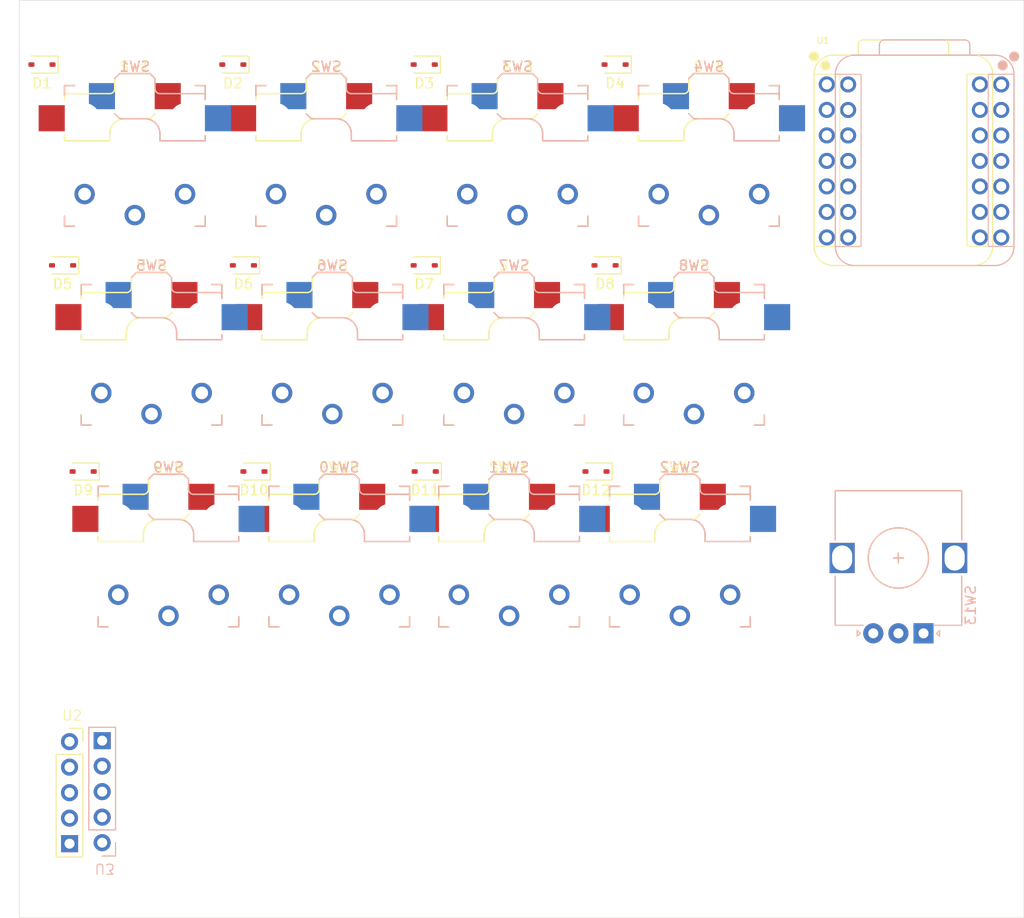
<source format=kicad_pcb>
(kicad_pcb (version 20241229) (generator "pcbnew") (generator_version "9.0")
  (layers (0 "F.Cu" signal) (2 "B.Cu" signal) (13 "F.Paste" user) (15 "B.Paste" user) (5 "F.SilkS" user "F.Silkscreen") (7 "B.SilkS" user "B.Silkscreen") (1 "F.Mask" user) (3 "B.Mask" user) (25 "Edge.Cuts" user))
  (net 0 "")
  (net 1 "row1")
  (net 2 "Net-(D1-A)")
  (net 3 "Net-(D2-A)")
  (net 4 "Net-(D3-A)")
  (net 5 "Net-(D4-A)")
  (net 6 "row2")
  (net 7 "Net-(D5-A)")
  (net 8 "Net-(D6-A)")
  (net 9 "Net-(D7-A)")
  (net 10 "Net-(D8-A)")
  (net 11 "Net-(D9-A)")
  (net 12 "row3")
  (net 13 "Net-(D10-A)")
  (net 14 "Net-(D11-A)")
  (net 15 "Net-(D12-A)")
  (net 16 "column1")
  (net 17 "column2")
  (net 18 "column3")
  (net 19 "column4")
  (net 20 "GNDPWR")
  (net 21 "rotary_encoder_b")
  (net 22 "rotary_encoder_a")
  (net 23 "joystick_x")
  (net 24 "VCC")
  (net 26 "joystick_y")
  (footprint "keyswitches:Kailh_socket_PG1350_optional_reversible" (layer "F.Cu") (at 127.5785 48.125)
    (property "Reference" "SW4" (at 0 -8.89 0) (layer "F.SilkS"))
    (property "Value" "SW_Push")
    (fp_text user "${REFERENCE}" (at 0 -8.89 0) (layer "B.SilkS") (effects (justify mirror)))
    (pad "" np_thru_hole circle (at -5.5 0) (size 1.7018 1.7018) (drill 1.7018) (layers "*.Cu" "*.Mask"))
    (pad "" np_thru_hole circle (at -5 -3.75) (size 3 3) (drill 3) (layers "*.Cu" "*.Mask"))
    (pad "" np_thru_hole circle (at 0 -5.95) (size 3 3) (drill 3) (layers "*.Cu" "*.Mask"))
    (pad "" np_thru_hole circle (at 0 0) (size 3.429 3.429) (drill 3.429) (layers "*.Cu" "*.Mask"))
    (pad "" np_thru_hole circle (at 5 -3.75) (size 3 3) (drill 3) (layers "*.Cu" "*.Mask"))
    (pad "" np_thru_hole circle (at 5.5 0) (size 1.7018 1.7018) (drill 1.7018) (layers "*.Cu" "*.Mask"))
    (pad "1" smd rect (at -3.275 -5.95) (size 2.6 2.6) (layers "B.Cu" "B.Mask" "B.Paste") (net 19 "column4"))
    (pad "1" thru_hole circle (at 0 5.9) (size 2.032 2.032) (drill 1.27) (layers "*.Cu" "*.Mask") (net 19 "column4"))
    (pad "1" smd rect (at 3.275 -5.95) (size 2.6 2.6) (layers "F.Cu" "F.Mask" "F.Paste") (net 19 "column4"))
    (pad "2" smd rect (at -8.275 -3.75) (size 2.6 2.6) (layers "F.Cu" "F.Mask" "F.Paste") (net 5 "Net-(D4-A)"))
    (pad "2" thru_hole circle (at -5 3.8) (size 2.032 2.032) (drill 1.27) (layers "*.Cu" "*.Mask") (net 5 "Net-(D4-A)"))
    (pad "2" thru_hole circle (at 5 3.8) (size 2.032 2.032) (drill 1.27) (layers "*.Cu" "*.Mask") (net 5 "Net-(D4-A)"))
    (pad "2" smd rect (at 8.275 -3.75) (size 2.6 2.6) (layers "B.Cu" "B.Mask" "B.Paste") (net 5 "Net-(D4-A)"))
  )
  (footprint "keyswitches:Kailh_socket_PG1350_optional_reversible" (layer "F.Cu") (at 72.0975 67.935)
    (property "Reference" "SW5" (at 0 -8.89 0) (layer "F.SilkS"))
    (property "Value" "SW_Push")
    (fp_text user "${REFERENCE}" (at 0 -8.89 0) (layer "B.SilkS") (effects (justify mirror)))
    (pad "" np_thru_hole circle (at -5.5 0) (size 1.7018 1.7018) (drill 1.7018) (layers "*.Cu" "*.Mask"))
    (pad "" np_thru_hole circle (at -5 -3.75) (size 3 3) (drill 3) (layers "*.Cu" "*.Mask"))
    (pad "" np_thru_hole circle (at 0 -5.95) (size 3 3) (drill 3) (layers "*.Cu" "*.Mask"))
    (pad "" np_thru_hole circle (at 0 0) (size 3.429 3.429) (drill 3.429) (layers "*.Cu" "*.Mask"))
    (pad "" np_thru_hole circle (at 5 -3.75) (size 3 3) (drill 3) (layers "*.Cu" "*.Mask"))
    (pad "" np_thru_hole circle (at 5.5 0) (size 1.7018 1.7018) (drill 1.7018) (layers "*.Cu" "*.Mask"))
    (pad "1" smd rect (at -3.275 -5.95) (size 2.6 2.6) (layers "B.Cu" "B.Mask" "B.Paste") (net 16 "column1"))
    (pad "1" thru_hole circle (at 0 5.9) (size 2.032 2.032) (drill 1.27) (layers "*.Cu" "*.Mask") (net 16 "column1"))
    (pad "1" smd rect (at 3.275 -5.95) (size 2.6 2.6) (layers "F.Cu" "F.Mask" "F.Paste") (net 16 "column1"))
    (pad "2" smd rect (at -8.275 -3.75) (size 2.6 2.6) (layers "F.Cu" "F.Mask" "F.Paste") (net 7 "Net-(D5-A)"))
    (pad "2" thru_hole circle (at -5 3.8) (size 2.032 2.032) (drill 1.27) (layers "*.Cu" "*.Mask") (net 7 "Net-(D5-A)"))
    (pad "2" thru_hole circle (at 5 3.8) (size 2.032 2.032) (drill 1.27) (layers "*.Cu" "*.Mask") (net 7 "Net-(D5-A)"))
    (pad "2" smd rect (at 8.275 -3.75) (size 2.6 2.6) (layers "B.Cu" "B.Mask" "B.Paste") (net 7 "Net-(D5-A)"))
  )
  (footprint "keyswitches:Kailh_socket_PG1350_optional_reversible" (layer "F.Cu") (at 90.7875 88.03)
    (property "Reference" "SW10" (at 0 -8.89 0) (layer "F.SilkS"))
    (property "Value" "SW_Push")
    (fp_text user "${REFERENCE}" (at 0 -8.89 0) (layer "B.SilkS") (effects (justify mirror)))
    (pad "" np_thru_hole circle (at -5.5 0) (size 1.7018 1.7018) (drill 1.7018) (layers "*.Cu" "*.Mask"))
    (pad "" np_thru_hole circle (at -5 -3.75) (size 3 3) (drill 3) (layers "*.Cu" "*.Mask"))
    (pad "" np_thru_hole circle (at 0 -5.95) (size 3 3) (drill 3) (layers "*.Cu" "*.Mask"))
    (pad "" np_thru_hole circle (at 0 0) (size 3.429 3.429) (drill 3.429) (layers "*.Cu" "*.Mask"))
    (pad "" np_thru_hole circle (at 5 -3.75) (size 3 3) (drill 3) (layers "*.Cu" "*.Mask"))
    (pad "" np_thru_hole circle (at 5.5 0) (size 1.7018 1.7018) (drill 1.7018) (layers "*.Cu" "*.Mask"))
    (pad "1" smd rect (at -3.275 -5.95) (size 2.6 2.6) (layers "B.Cu" "B.Mask" "B.Paste") (net 17 "column2"))
    (pad "1" thru_hole circle (at 0 5.9) (size 2.032 2.032) (drill 1.27) (layers "*.Cu" "*.Mask") (net 17 "column2"))
    (pad "1" smd rect (at 3.275 -5.95) (size 2.6 2.6) (layers "F.Cu" "F.Mask" "F.Paste") (net 17 "column2"))
    (pad "2" smd rect (at -8.275 -3.75) (size 2.6 2.6) (layers "F.Cu" "F.Mask" "F.Paste") (net 13 "Net-(D10-A)"))
    (pad "2" thru_hole circle (at -5 3.8) (size 2.032 2.032) (drill 1.27) (layers "*.Cu" "*.Mask") (net 13 "Net-(D10-A)"))
    (pad "2" thru_hole circle (at 5 3.8) (size 2.032 2.032) (drill 1.27) (layers "*.Cu" "*.Mask") (net 13 "Net-(D10-A)"))
    (pad "2" smd rect (at 8.275 -3.75) (size 2.6 2.6) (layers "B.Cu" "B.Mask" "B.Paste") (net 13 "Net-(D10-A)"))
  )
  (footprint "Diode_SMD:D_SOD-323" (layer "F.Cu") (at 116.3425 79.56 180)
    (property "Reference" "D12" (at 0 -1.85 0) (layer "F.SilkS"))
    (property "Value" "1N4148WS")
    (pad "1" smd roundrect (at -1.05 0 180) (size 0.6 0.45) (layers "F.Cu" "F.Mask" "F.Paste") (net 12 "row3"))
    (pad "2" smd roundrect (at 1.05 0 180) (size 0.6 0.45) (layers "F.Cu" "F.Mask" "F.Paste") (net 15 "Net-(D12-A)"))
  )
  (footprint "Diode_SMD:D_SOD-323" (layer "F.Cu") (at 99.2425 59.03 180)
    (property "Reference" "D7" (at 0 -1.85 0) (layer "F.SilkS"))
    (property "Value" "1N4148WS")
    (pad "1" smd roundrect (at -1.05 0 180) (size 0.6 0.45) (layers "F.Cu" "F.Mask" "F.Paste") (net 6 "row2"))
    (pad "2" smd roundrect (at 1.05 0 180) (size 0.6 0.45) (layers "F.Cu" "F.Mask" "F.Paste") (net 9 "Net-(D7-A)"))
  )
  (footprint "keyswitches:Kailh_socket_PG1350_optional_reversible" (layer "F.Cu") (at 90.0975 67.935)
    (property "Reference" "SW6" (at 0 -8.89 0) (layer "F.SilkS"))
    (property "Value" "SW_Push")
    (fp_text user "${REFERENCE}" (at 0 -8.89 0) (layer "B.SilkS") (effects (justify mirror)))
    (pad "" np_thru_hole circle (at -5.5 0) (size 1.7018 1.7018) (drill 1.7018) (layers "*.Cu" "*.Mask"))
    (pad "" np_thru_hole circle (at -5 -3.75) (size 3 3) (drill 3) (layers "*.Cu" "*.Mask"))
    (pad "" np_thru_hole circle (at 0 -5.95) (size 3 3) (drill 3) (layers "*.Cu" "*.Mask"))
    (pad "" np_thru_hole circle (at 0 0) (size 3.429 3.429) (drill 3.429) (layers "*.Cu" "*.Mask"))
    (pad "" np_thru_hole circle (at 5 -3.75) (size 3 3) (drill 3) (layers "*.Cu" "*.Mask"))
    (pad "" np_thru_hole circle (at 5.5 0) (size 1.7018 1.7018) (drill 1.7018) (layers "*.Cu" "*.Mask"))
    (pad "1" smd rect (at -3.275 -5.95) (size 2.6 2.6) (layers "B.Cu" "B.Mask" "B.Paste") (net 17 "column2"))
    (pad "1" thru_hole circle (at 0 5.9) (size 2.032 2.032) (drill 1.27) (layers "*.Cu" "*.Mask") (net 17 "column2"))
    (pad "1" smd rect (at 3.275 -5.95) (size 2.6 2.6) (layers "F.Cu" "F.Mask" "F.Paste") (net 17 "column2"))
    (pad "2" smd rect (at -8.275 -3.75) (size 2.6 2.6) (layers "F.Cu" "F.Mask" "F.Paste") (net 8 "Net-(D6-A)"))
    (pad "2" thru_hole circle (at -5 3.8) (size 2.032 2.032) (drill 1.27) (layers "*.Cu" "*.Mask") (net 8 "Net-(D6-A)"))
    (pad "2" thru_hole circle (at 5 3.8) (size 2.032 2.032) (drill 1.27) (layers "*.Cu" "*.Mask") (net 8 "Net-(D6-A)"))
    (pad "2" smd rect (at 8.275 -3.75) (size 2.6 2.6) (layers "B.Cu" "B.Mask" "B.Paste") (net 8 "Net-(D6-A)"))
  )
  (footprint "keyswitches:Kailh_socket_PG1350_optional_reversible" (layer "F.Cu") (at 108.5285 48.125)
    (property "Reference" "SW3" (at 0 -8.89 0) (layer "F.SilkS"))
    (property "Value" "SW_Push")
    (fp_text user "${REFERENCE}" (at 0 -8.89 0) (layer "B.SilkS") (effects (justify mirror)))
    (pad "" np_thru_hole circle (at -5.5 0) (size 1.7018 1.7018) (drill 1.7018) (layers "*.Cu" "*.Mask"))
    (pad "" np_thru_hole circle (at -5 -3.75) (size 3 3) (drill 3) (layers "*.Cu" "*.Mask"))
    (pad "" np_thru_hole circle (at 0 -5.95) (size 3 3) (drill 3) (layers "*.Cu" "*.Mask"))
    (pad "" np_thru_hole circle (at 0 0) (size 3.429 3.429) (drill 3.429) (layers "*.Cu" "*.Mask"))
    (pad "" np_thru_hole circle (at 5 -3.75) (size 3 3) (drill 3) (layers "*.Cu" "*.Mask"))
    (pad "" np_thru_hole circle (at 5.5 0) (size 1.7018 1.7018) (drill 1.7018) (layers "*.Cu" "*.Mask"))
    (pad "1" smd rect (at -3.275 -5.95) (size 2.6 2.6) (layers "B.Cu" "B.Mask" "B.Paste") (net 18 "column3"))
    (pad "1" thru_hole circle (at 0 5.9) (size 2.032 2.032) (drill 1.27) (layers "*.Cu" "*.Mask") (net 18 "column3"))
    (pad "1" smd rect (at 3.275 -5.95) (size 2.6 2.6) (layers "F.Cu" "F.Mask" "F.Paste") (net 18 "column3"))
    (pad "2" smd rect (at -8.275 -3.75) (size 2.6 2.6) (layers "F.Cu" "F.Mask" "F.Paste") (net 4 "Net-(D3-A)"))
    (pad "2" thru_hole circle (at -5 3.8) (size 2.032 2.032) (drill 1.27) (layers "*.Cu" "*.Mask") (net 4 "Net-(D3-A)"))
    (pad "2" thru_hole circle (at 5 3.8) (size 2.032 2.032) (drill 1.27) (layers "*.Cu" "*.Mask") (net 4 "Net-(D3-A)"))
    (pad "2" smd rect (at 8.275 -3.75) (size 2.6 2.6) (layers "B.Cu" "B.Mask" "B.Paste") (net 4 "Net-(D3-A)"))
  )
  (footprint "Diode_SMD:D_SOD-323" (layer "F.Cu") (at 99.3425 79.56 180)
    (property "Reference" "D11" (at 0 -1.85 0) (layer "F.SilkS"))
    (property "Value" "1N4148WS")
    (pad "1" smd roundrect (at -1.05 0 180) (size 0.6 0.45) (layers "F.Cu" "F.Mask" "F.Paste") (net 12 "row3"))
    (pad "2" smd roundrect (at 1.05 0 180) (size 0.6 0.45) (layers "F.Cu" "F.Mask" "F.Paste") (net 14 "Net-(D11-A)"))
  )
  (footprint "keyswitches:Kailh_socket_PG1350_optional_reversible" (layer "F.Cu") (at 124.6925 88.03)
    (property "Reference" "SW12" (at 0 -8.89 0) (layer "F.SilkS"))
    (property "Value" "SW_Push")
    (fp_text user "${REFERENCE}" (at 0 -8.89 0) (layer "B.SilkS") (effects (justify mirror)))
    (pad "" np_thru_hole circle (at -5.5 0) (size 1.7018 1.7018) (drill 1.7018) (layers "*.Cu" "*.Mask"))
    (pad "" np_thru_hole circle (at -5 -3.75) (size 3 3) (drill 3) (layers "*.Cu" "*.Mask"))
    (pad "" np_thru_hole circle (at 0 -5.95) (size 3 3) (drill 3) (layers "*.Cu" "*.Mask"))
    (pad "" np_thru_hole circle (at 0 0) (size 3.429 3.429) (drill 3.429) (layers "*.Cu" "*.Mask"))
    (pad "" np_thru_hole circle (at 5 -3.75) (size 3 3) (drill 3) (layers "*.Cu" "*.Mask"))
    (pad "" np_thru_hole circle (at 5.5 0) (size 1.7018 1.7018) (drill 1.7018) (layers "*.Cu" "*.Mask"))
    (pad "1" smd rect (at -3.275 -5.95) (size 2.6 2.6) (layers "B.Cu" "B.Mask" "B.Paste") (net 19 "column4"))
    (pad "1" thru_hole circle (at 0 5.9) (size 2.032 2.032) (drill 1.27) (layers "*.Cu" "*.Mask") (net 19 "column4"))
    (pad "1" smd rect (at 3.275 -5.95) (size 2.6 2.6) (layers "F.Cu" "F.Mask" "F.Paste") (net 19 "column4"))
    (pad "2" smd rect (at -8.275 -3.75) (size 2.6 2.6) (layers "F.Cu" "F.Mask" "F.Paste") (net 15 "Net-(D12-A)"))
    (pad "2" thru_hole circle (at -5 3.8) (size 2.032 2.032) (drill 1.27) (layers "*.Cu" "*.Mask") (net 15 "Net-(D12-A)"))
    (pad "2" thru_hole circle (at 5 3.8) (size 2.032 2.032) (drill 1.27) (layers "*.Cu" "*.Mask") (net 15 "Net-(D12-A)"))
    (pad "2" smd rect (at 8.275 -3.75) (size 2.6 2.6) (layers "B.Cu" "B.Mask" "B.Paste") (net 15 "Net-(D12-A)"))
  )
  (footprint "Diode_SMD:D_SOD-323" (layer "F.Cu") (at 99.2425 39.03 180)
    (property "Reference" "D3" (at 0 -1.85 0) (layer "F.SilkS"))
    (property "Value" "1N4148WS")
    (pad "1" smd roundrect (at -1.05 0 180) (size 0.6 0.45) (layers "F.Cu" "F.Mask" "F.Paste") (net 1 "row1"))
    (pad "2" smd roundrect (at 1.05 0 180) (size 0.6 0.45) (layers "F.Cu" "F.Mask" "F.Paste") (net 4 "Net-(D3-A)"))
  )
  (footprint "Diode_SMD:D_SOD-323" (layer "F.Cu") (at 117.2425 59.03 180)
    (property "Reference" "D8" (at 0 -1.85 0) (layer "F.SilkS"))
    (property "Value" "1N4148WS")
    (pad "1" smd roundrect (at -1.05 0 180) (size 0.6 0.45) (layers "F.Cu" "F.Mask" "F.Paste") (net 6 "row2"))
    (pad "2" smd roundrect (at 1.05 0 180) (size 0.6 0.45) (layers "F.Cu" "F.Mask" "F.Paste") (net 10 "Net-(D8-A)"))
  )
  (footprint "Diode_SMD:D_SOD-323" (layer "F.Cu") (at 65.2925 79.56 180)
    (property "Reference" "D9" (at 0 -1.85 0) (layer "F.SilkS"))
    (property "Value" "1N4148WS")
    (pad "1" smd roundrect (at -1.05 0 180) (size 0.6 0.45) (layers "F.Cu" "F.Mask" "F.Paste") (net 12 "row3"))
    (pad "2" smd roundrect (at 1.05 0 180) (size 0.6 0.45) (layers "F.Cu" "F.Mask" "F.Paste") (net 11 "Net-(D9-A)"))
  )
  (footprint "keyswitches:Kailh_socket_PG1350_optional_reversible" (layer "F.Cu") (at 126.0975 67.935)
    (property "Reference" "SW8" (at 0 -8.89 0) (layer "F.SilkS"))
    (property "Value" "SW_Push")
    (fp_text user "${REFERENCE}" (at 0 -8.89 0) (layer "B.SilkS") (effects (justify mirror)))
    (pad "" np_thru_hole circle (at -5.5 0) (size 1.7018 1.7018) (drill 1.7018) (layers "*.Cu" "*.Mask"))
    (pad "" np_thru_hole circle (at -5 -3.75) (size 3 3) (drill 3) (layers "*.Cu" "*.Mask"))
    (pad "" np_thru_hole circle (at 0 -5.95) (size 3 3) (drill 3) (layers "*.Cu" "*.Mask"))
    (pad "" np_thru_hole circle (at 0 0) (size 3.429 3.429) (drill 3.429) (layers "*.Cu" "*.Mask"))
    (pad "" np_thru_hole circle (at 5 -3.75) (size 3 3) (drill 3) (layers "*.Cu" "*.Mask"))
    (pad "" np_thru_hole circle (at 5.5 0) (size 1.7018 1.7018) (drill 1.7018) (layers "*.Cu" "*.Mask"))
    (pad "1" smd rect (at -3.275 -5.95) (size 2.6 2.6) (layers "B.Cu" "B.Mask" "B.Paste") (net 19 "column4"))
    (pad "1" thru_hole circle (at 0 5.9) (size 2.032 2.032) (drill 1.27) (layers "*.Cu" "*.Mask") (net 19 "column4"))
    (pad "1" smd rect (at 3.275 -5.95) (size 2.6 2.6) (layers "F.Cu" "F.Mask" "F.Paste") (net 19 "column4"))
    (pad "2" smd rect (at -8.275 -3.75) (size 2.6 2.6) (layers "F.Cu" "F.Mask" "F.Paste") (net 10 "Net-(D8-A)"))
    (pad "2" thru_hole circle (at -5 3.8) (size 2.032 2.032) (drill 1.27) (layers "*.Cu" "*.Mask") (net 10 "Net-(D8-A)"))
    (pad "2" thru_hole circle (at 5 3.8) (size 2.032 2.032) (drill 1.27) (layers "*.Cu" "*.Mask") (net 10 "Net-(D8-A)"))
    (pad "2" smd rect (at 8.275 -3.75) (size 2.6 2.6) (layers "B.Cu" "B.Mask" "B.Paste") (net 10 "Net-(D8-A)"))
  )
  (footprint "Diode_SMD:D_SOD-323" (layer "F.Cu") (at 63.2425 59.03 180)
    (property "Reference" "D5" (at 0 -1.85 0) (layer "F.SilkS"))
    (property "Value" "1N4148WS")
    (pad "1" smd roundrect (at -1.05 0 180) (size 0.6 0.45) (layers "F.Cu" "F.Mask" "F.Paste") (net 6 "row2"))
    (pad "2" smd roundrect (at 1.05 0 180) (size 0.6 0.45) (layers "F.Cu" "F.Mask" "F.Paste") (net 7 "Net-(D5-A)"))
  )
  (footprint "Diode_SMD:D_SOD-323" (layer "F.Cu") (at 118.2425 39.03 180)
    (property "Reference" "D4" (at 0 -1.85 0) (layer "F.SilkS"))
    (property "Value" "1N4148WS")
    (pad "1" smd roundrect (at -1.05 0 180) (size 0.6 0.45) (layers "F.Cu" "F.Mask" "F.Paste") (net 1 "row1"))
    (pad "2" smd roundrect (at 1.05 0 180) (size 0.6 0.45) (layers "F.Cu" "F.Mask" "F.Paste") (net 5 "Net-(D4-A)"))
  )
  (footprint "keyswitches:Kailh_socket_PG1350_optional_reversible" (layer "F.Cu") (at 89.4875 48.125)
    (property "Reference" "SW2" (at 0 -8.89 0) (layer "F.SilkS"))
    (property "Value" "SW_Push")
    (fp_text user "${REFERENCE}" (at 0 -8.89 0) (layer "B.SilkS") (effects (justify mirror)))
    (pad "" np_thru_hole circle (at -5.5 0) (size 1.7018 1.7018) (drill 1.7018) (layers "*.Cu" "*.Mask"))
    (pad "" np_thru_hole circle (at -5 -3.75) (size 3 3) (drill 3) (layers "*.Cu" "*.Mask"))
    (pad "" np_thru_hole circle (at 0 -5.95) (size 3 3) (drill 3) (layers "*.Cu" "*.Mask"))
    (pad "" np_thru_hole circle (at 0 0) (size 3.429 3.429) (drill 3.429) (layers "*.Cu" "*.Mask"))
    (pad "" np_thru_hole circle (at 5 -3.75) (size 3 3) (drill 3) (layers "*.Cu" "*.Mask"))
    (pad "" np_thru_hole circle (at 5.5 0) (size 1.7018 1.7018) (drill 1.7018) (layers "*.Cu" "*.Mask"))
    (pad "1" smd rect (at -3.275 -5.95) (size 2.6 2.6) (layers "B.Cu" "B.Mask" "B.Paste") (net 17 "column2"))
    (pad "1" thru_hole circle (at 0 5.9) (size 2.032 2.032) (drill 1.27) (layers "*.Cu" "*.Mask") (net 17 "column2"))
    (pad "1" smd rect (at 3.275 -5.95) (size 2.6 2.6) (layers "F.Cu" "F.Mask" "F.Paste") (net 17 "column2"))
    (pad "2" smd rect (at -8.275 -3.75) (size 2.6 2.6) (layers "F.Cu" "F.Mask" "F.Paste") (net 3 "Net-(D2-A)"))
    (pad "2" thru_hole circle (at -5 3.8) (size 2.032 2.032) (drill 1.27) (layers "*.Cu" "*.Mask") (net 3 "Net-(D2-A)"))
    (pad "2" thru_hole circle (at 5 3.8) (size 2.032 2.032) (drill 1.27) (layers "*.Cu" "*.Mask") (net 3 "Net-(D2-A)"))
    (pad "2" smd rect (at 8.275 -3.75) (size 2.6 2.6) (layers "B.Cu" "B.Mask" "B.Paste") (net 3 "Net-(D2-A)"))
  )
  (footprint "keyswitches:Kailh_socket_PG1350_optional_reversible" (layer "F.Cu") (at 73.7875 88.03)
    (property "Reference" "SW9" (at 0 -8.89 0) (layer "F.SilkS"))
    (property "Value" "SW_Push")
    (fp_text user "${REFERENCE}" (at 0 -8.89 0) (layer "B.SilkS") (effects (justify mirror)))
    (pad "" np_thru_hole circle (at -5.5 0) (size 1.7018 1.7018) (drill 1.7018) (layers "*.Cu" "*.Mask"))
    (pad "" np_thru_hole circle (at -5 -3.75) (size 3 3) (drill 3) (layers "*.Cu" "*.Mask"))
    (pad "" np_thru_hole circle (at 0 -5.95) (size 3 3) (drill 3) (layers "*.Cu" "*.Mask"))
    (pad "" np_thru_hole circle (at 0 0) (size 3.429 3.429) (drill 3.429) (layers "*.Cu" "*.Mask"))
    (pad "" np_thru_hole circle (at 5 -3.75) (size 3 3) (drill 3) (layers "*.Cu" "*.Mask"))
    (pad "" np_thru_hole circle (at 5.5 0) (size 1.7018 1.7018) (drill 1.7018) (layers "*.Cu" "*.Mask"))
    (pad "1" smd rect (at -3.275 -5.95) (size 2.6 2.6) (layers "B.Cu" "B.Mask" "B.Paste") (net 16 "column1"))
    (pad "1" thru_hole circle (at 0 5.9) (size 2.032 2.032) (drill 1.27) (layers "*.Cu" "*.Mask") (net 16 "column1"))
    (pad "1" smd rect (at 3.275 -5.95) (size 2.6 2.6) (layers "F.Cu" "F.Mask" "F.Paste") (net 16 "column1"))
    (pad "2" smd rect (at -8.275 -3.75) (size 2.6 2.6) (layers "F.Cu" "F.Mask" "F.Paste") (net 11 "Net-(D9-A)"))
    (pad "2" thru_hole circle (at -5 3.8) (size 2.032 2.032) (drill 1.27) (layers "*.Cu" "*.Mask") (net 11 "Net-(D9-A)"))
    (pad "2" thru_hole circle (at 5 3.8) (size 2.032 2.032) (drill 1.27) (layers "*.Cu" "*.Mask") (net 11 "Net-(D9-A)"))
    (pad "2" smd rect (at 8.275 -3.75) (size 2.6 2.6) (layers "B.Cu" "B.Mask" "B.Paste") (net 11 "Net-(D9-A)"))
  )
  (footprint "Diode_SMD:D_SOD-323" (layer "F.Cu") (at 80.1925 39.03 180)
    (property "Reference" "D2" (at 0 -1.85 0) (layer "F.SilkS"))
    (property "Value" "1N4148WS")
    (pad "1" smd roundrect (at -1.05 0 180) (size 0.6 0.45) (layers "F.Cu" "F.Mask" "F.Paste") (net 1 "row1"))
    (pad "2" smd roundrect (at 1.05 0 180) (size 0.6 0.45) (layers "F.Cu" "F.Mask" "F.Paste") (net 3 "Net-(D2-A)"))
  )
  (footprint "keyswitches:Kailh_socket_PG1350_optional_reversible" (layer "F.Cu") (at 70.4375 48.125)
    (property "Reference" "SW1" (at 0 -8.89 0) (layer "F.SilkS"))
    (property "Value" "SW_Push")
    (fp_text user "${REFERENCE}" (at 0 -8.89 0) (layer "B.SilkS") (effects (justify mirror)))
    (pad "" np_thru_hole circle (at -5.5 0) (size 1.7018 1.7018) (drill 1.7018) (layers "*.Cu" "*.Mask"))
    (pad "" np_thru_hole circle (at -5 -3.75) (size 3 3) (drill 3) (layers "*.Cu" "*.Mask"))
    (pad "" np_thru_hole circle (at 0 -5.95) (size 3 3) (drill 3) (layers "*.Cu" "*.Mask"))
    (pad "" np_thru_hole circle (at 0 0) (size 3.429 3.429) (drill 3.429) (layers "*.Cu" "*.Mask"))
    (pad "" np_thru_hole circle (at 5 -3.75) (size 3 3) (drill 3) (layers "*.Cu" "*.Mask"))
    (pad "" np_thru_hole circle (at 5.5 0) (size 1.7018 1.7018) (drill 1.7018) (layers "*.Cu" "*.Mask"))
    (pad "1" smd rect (at -3.275 -5.95) (size 2.6 2.6) (layers "B.Cu" "B.Mask" "B.Paste") (net 16 "column1"))
    (pad "1" thru_hole circle (at 0 5.9) (size 2.032 2.032) (drill 1.27) (layers "*.Cu" "*.Mask") (net 16 "column1"))
    (pad "1" smd rect (at 3.275 -5.95) (size 2.6 2.6) (layers "F.Cu" "F.Mask" "F.Paste") (net 16 "column1"))
    (pad "2" smd rect (at -8.275 -3.75) (size 2.6 2.6) (layers "F.Cu" "F.Mask" "F.Paste") (net 2 "Net-(D1-A)"))
    (pad "2" thru_hole circle (at -5 3.8) (size 2.032 2.032) (drill 1.27) (layers "*.Cu" "*.Mask") (net 2 "Net-(D1-A)"))
    (pad "2" thru_hole circle (at 5 3.8) (size 2.032 2.032) (drill 1.27) (layers "*.Cu" "*.Mask") (net 2 "Net-(D1-A)"))
    (pad "2" smd rect (at 8.275 -3.75) (size 2.6 2.6) (layers "B.Cu" "B.Mask" "B.Paste") (net 2 "Net-(D1-A)"))
  )
  (footprint "Diode_SMD:D_SOD-323" (layer "F.Cu") (at 61.1925 39.03 180)
    (property "Reference" "D1" (at 0 -1.85 0) (layer "F.SilkS"))
    (property "Value" "1N4148WS")
    (pad "1" smd roundrect (at -1.05 0 180) (size 0.6 0.45) (layers "F.Cu" "F.Mask" "F.Paste") (net 1 "row1"))
    (pad "2" smd roundrect (at 1.05 0 180) (size 0.6 0.45) (layers "F.Cu" "F.Mask" "F.Paste") (net 2 "Net-(D1-A)"))
  )
  (footprint "Diode_SMD:D_SOD-323" (layer "F.Cu") (at 81.2425 59.03 180)
    (property "Reference" "D6" (at 0 -1.85 0) (layer "F.SilkS"))
    (property "Value" "1N4148WS")
    (pad "1" smd roundrect (at -1.05 0 180) (size 0.6 0.45) (layers "F.Cu" "F.Mask" "F.Paste") (net 6 "row2"))
    (pad "2" smd roundrect (at 1.05 0 180) (size 0.6 0.45) (layers "F.Cu" "F.Mask" "F.Paste") (net 8 "Net-(D6-A)"))
  )
  (footprint "Diode_SMD:D_SOD-323" (layer "F.Cu") (at 82.2925 79.56 180)
    (property "Reference" "D10" (at 0 -1.85 0) (layer "F.SilkS"))
    (property "Value" "1N4148WS")
    (pad "1" smd roundrect (at -1.05 0 180) (size 0.6 0.45) (layers "F.Cu" "F.Mask" "F.Paste") (net 12 "row3"))
    (pad "2" smd roundrect (at 1.05 0 180) (size 0.6 0.45) (layers "F.Cu" "F.Mask" "F.Paste") (net 13 "Net-(D10-A)"))
  )
  (footprint "ky-023:KY-023" (layer "F.Cu") (at 64.1875 104.365)
    (property "Reference" "U2" (at 0 -0.5 0) (layer "F.SilkS") (effects (font (thickness 0.1))))
    (property "Value" "KY-023")
    (pad "1" thru_hole circle (at -0.25 2.1) (size 1.7 1.7) (drill 1) (layers "*.Cu" "*.Mask"))
    (pad "2" thru_hole circle (at -0.25 4.64) (size 1.7 1.7) (drill 1) (layers "*.Cu" "*.Mask") (net 26 "joystick_y"))
    (pad "3" thru_hole circle (at -0.25 7.18) (size 1.7 1.7) (drill 1) (layers "*.Cu" "*.Mask") (net 23 "joystick_x"))
    (pad "4" thru_hole circle (at -0.25 9.72) (size 1.7 1.7) (drill 1) (layers "*.Cu" "*.Mask") (net 24 "VCC"))
    (pad "5" thru_hole rect (at -0.25 12.26) (size 1.7 1.7) (drill 1) (layers "*.Cu" "*.Mask") (net 20 "GNDPWR"))
  )
  (footprint "keyswitches:Kailh_socket_PG1350_optional_reversible" (layer "F.Cu") (at 107.6925 88.03)
    (property "Reference" "SW11" (at 0 -8.89 0) (layer "F.SilkS"))
    (property "Value" "SW_Push")
    (fp_text user "${REFERENCE}" (at 0 -8.89 0) (layer "B.SilkS") (effects (justify mirror)))
    (pad "" np_thru_hole circle (at -5.5 0) (size 1.7018 1.7018) (drill 1.7018) (layers "*.Cu" "*.Mask"))
    (pad "" np_thru_hole circle (at -5 -3.75) (size 3 3) (drill 3) (layers "*.Cu" "*.Mask"))
    (pad "" np_thru_hole circle (at 0 -5.95) (size 3 3) (drill 3) (layers "*.Cu" "*.Mask"))
    (pad "" np_thru_hole circle (at 0 0) (size 3.429 3.429) (drill 3.429) (layers "*.Cu" "*.Mask"))
    (pad "" np_thru_hole circle (at 5 -3.75) (size 3 3) (drill 3) (layers "*.Cu" "*.Mask"))
    (pad "" np_thru_hole circle (at 5.5 0) (size 1.7018 1.7018) (drill 1.7018) (layers "*.Cu" "*.Mask"))
    (pad "1" smd rect (at -3.275 -5.95) (size 2.6 2.6) (layers "B.Cu" "B.Mask" "B.Paste") (net 18 "column3"))
    (pad "1" thru_hole circle (at 0 5.9) (size 2.032 2.032) (drill 1.27) (layers "*.Cu" "*.Mask") (net 18 "column3"))
    (pad "1" smd rect (at 3.275 -5.95) (size 2.6 2.6) (layers "F.Cu" "F.Mask" "F.Paste") (net 18 "column3"))
    (pad "2" smd rect (at -8.275 -3.75) (size 2.6 2.6) (layers "F.Cu" "F.Mask" "F.Paste") (net 14 "Net-(D11-A)"))
    (pad "2" thru_hole circle (at -5 3.8) (size 2.032 2.032) (drill 1.27) (layers "*.Cu" "*.Mask") (net 14 "Net-(D11-A)"))
    (pad "2" thru_hole circle (at 5 3.8) (size 2.032 2.032) (drill 1.27) (layers "*.Cu" "*.Mask") (net 14 "Net-(D11-A)"))
    (pad "2" smd rect (at 8.275 -3.75) (size 2.6 2.6) (layers "B.Cu" "B.Mask" "B.Paste") (net 14 "Net-(D11-A)"))
  )
  (footprint "keyswitches:Kailh_socket_PG1350_optional_reversible" (layer "F.Cu") (at 108.1925 67.935)
    (property "Reference" "SW7" (at 0 -8.89 0) (layer "F.SilkS"))
    (property "Value" "SW_Push")
    (fp_text user "${REFERENCE}" (at 0 -8.89 0) (layer "B.SilkS") (effects (justify mirror)))
    (pad "" np_thru_hole circle (at -5.5 0) (size 1.7018 1.7018) (drill 1.7018) (layers "*.Cu" "*.Mask"))
    (pad "" np_thru_hole circle (at -5 -3.75) (size 3 3) (drill 3) (layers "*.Cu" "*.Mask"))
    (pad "" np_thru_hole circle (at 0 -5.95) (size 3 3) (drill 3) (layers "*.Cu" "*.Mask"))
    (pad "" np_thru_hole circle (at 0 0) (size 3.429 3.429) (drill 3.429) (layers "*.Cu" "*.Mask"))
    (pad "" np_thru_hole circle (at 5 -3.75) (size 3 3) (drill 3) (layers "*.Cu" "*.Mask"))
    (pad "" np_thru_hole circle (at 5.5 0) (size 1.7018 1.7018) (drill 1.7018) (layers "*.Cu" "*.Mask"))
    (pad "1" smd rect (at -3.275 -5.95) (size 2.6 2.6) (layers "B.Cu" "B.Mask" "B.Paste") (net 18 "column3"))
    (pad "1" thru_hole circle (at 0 5.9) (size 2.032 2.032) (drill 1.27) (layers "*.Cu" "*.Mask") (net 18 "column3"))
    (pad "1" smd rect (at 3.275 -5.95) (size 2.6 2.6) (layers "F.Cu" "F.Mask" "F.Paste") (net 18 "column3"))
    (pad "2" smd rect (at -8.275 -3.75) (size 2.6 2.6) (layers "F.Cu" "F.Mask" "F.Paste") (net 9 "Net-(D7-A)"))
    (pad "2" thru_hole circle (at -5 3.8) (size 2.032 2.032) (drill 1.27) (layers "*.Cu" "*.Mask") (net 9 "Net-(D7-A)"))
    (pad "2" thru_hole circle (at 5 3.8) (size 2.032 2.032) (drill 1.27) (layers "*.Cu" "*.Mask") (net 9 "Net-(D7-A)"))
    (pad "2" smd rect (at 8.275 -3.75) (size 2.6 2.6) (layers "B.Cu" "B.Mask" "B.Paste") (net 9 "Net-(D7-A)"))
  )
  (footprint "XIAO-ESP32S3-DIP:XIAO-ESP32S3-DIP" (layer "F.Cu") (at 146.9375 48.625)
    (property "Reference" "U1" (at -8 -12 0) (layer "F.SilkS") (effects (font (size 0.635 0.635) (thickness 0.1016))))
    (property "Value" "XIAO-ESP32-S3-DIP")
    (pad "1" thru_hole circle (at -7.62 -7.62) (size 1.6 1.6) (drill 1) (layers "*.Cu" "*.Mask") (net 12 "row3"))
    (pad "1" thru_hole circle (at 9.74 -7.615) (size 1.6 1.6) (drill 1) (layers "*.Cu" "*.Mask") (net 12 "row3"))
    (pad "2" thru_hole circle (at -7.62 -5.08) (size 1.6 1.6) (drill 1) (layers "*.Cu" "*.Mask") (net 19 "column4"))
    (pad "2" thru_hole circle (at 9.74 -5.075) (size 1.6 1.6) (drill 1) (layers "*.Cu" "*.Mask") (net 19 "column4"))
    (pad "3" thru_hole circle (at -7.62 -2.54) (size 1.6 1.6) (drill 1) (layers "*.Cu" "*.Mask") (net 18 "column3"))
    (pad "3" thru_hole circle (at 9.74 -2.535) (size 1.6 1.6) (drill 1) (layers "*.Cu" "*.Mask") (net 18 "column3"))
    (pad "4" thru_hole circle (at -7.62 0) (size 1.6 1.6) (drill 1) (layers "*.Cu" "*.Mask") (net 1 "row1"))
    (pad "4" thru_hole circle (at 9.74 0.005) (size 1.6 1.6) (drill 1) (layers "*.Cu" "*.Mask") (net 1 "row1"))
    (pad "5" thru_hole circle (at -7.62 2.54) (size 1.6 1.6) (drill 1) (layers "*.Cu" "*.Mask") (net 17 "column2"))
    (pad "5" thru_hole circle (at 9.74 2.545) (size 1.6 1.6) (drill 1) (layers "*.Cu" "*.Mask") (net 17 "column2"))
    (pad "6" thru_hole circle (at -7.62 5.08) (size 1.6 1.6) (drill 1) (layers "*.Cu" "*.Mask") (net 16 "column1"))
    (pad "6" thru_hole circle (at 9.74 5.085) (size 1.6 1.6) (drill 1) (layers "*.Cu" "*.Mask") (net 16 "column1"))
    (pad "7" thru_hole circle (at -7.62 7.62) (size 1.6 1.6) (drill 1) (layers "*.Cu" "*.Mask") (net 21 "rotary_encoder_b"))
    (pad "7" thru_hole circle (at 9.74 7.625) (size 1.6 1.6) (drill 1) (layers "*.Cu" "*.Mask") (net 21 "rotary_encoder_b"))
    (pad "8" thru_hole circle (at -5.5 7.625) (size 1.6 1.6) (drill 1) (layers "*.Cu" "*.Mask") (net 22 "rotary_encoder_a"))
    (pad "8" thru_hole circle (at 7.62 7.62) (size 1.6 1.6) (drill 1) (layers "*.Cu" "*.Mask") (net 22 "rotary_encoder_a"))
    (pad "9" thru_hole circle (at -5.5 5.085) (size 1.6 1.6) (drill 1) (layers "*.Cu" "*.Mask") (net 6 "row2"))
    (pad "9" thru_hole circle (at 7.62 5.08) (size 1.6 1.6) (drill 1) (layers "*.Cu" "*.Mask") (net 6 "row2"))
    (pad "10" thru_hole circle (at -5.5 2.545) (size 1.6 1.6) (drill 1) (layers "*.Cu" "*.Mask") (net 26 "joystick_y"))
    (pad "10" thru_hole circle (at 7.62 2.54) (size 1.6 1.6) (drill 1) (layers "*.Cu" "*.Mask") (net 26 "joystick_y"))
    (pad "11" thru_hole circle (at -5.5 0.005) (size 1.6 1.6) (drill 1) (layers "*.Cu" "*.Mask") (net 23 "joystick_x"))
    (pad "11" thru_hole circle (at 7.62 0) (size 1.6 1.6) (drill 1) (layers "*.Cu" "*.Mask") (net 23 "joystick_x"))
    (pad "12" thru_hole circle (at -5.5 -2.535) (size 1.6 1.6) (drill 1) (layers "*.Cu" "*.Mask") (net 24 "VCC"))
    (pad "12" thru_hole circle (at 7.62 -2.54) (size 1.6 1.6) (drill 1) (layers "*.Cu" "*.Mask") (net 24 "VCC"))
    (pad "13" thru_hole circle (at -5.5 -5.075) (size 1.6 1.6) (drill 1) (layers "*.Cu" "*.Mask") (net 20 "GNDPWR"))
    (pad "13" thru_hole circle (at 7.62 -5.08) (size 1.6 1.6) (drill 1) (layers "*.Cu" "*.Mask") (net 20 "GNDPWR"))
    (pad "14" thru_hole circle (at -5.5 -7.615) (size 1.6 1.6) (drill 1) (layers "*.Cu" "*.Mask"))
    (pad "14" thru_hole circle (at 7.62 -7.62) (size 1.6 1.6) (drill 1) (layers "*.Cu" "*.Mask"))
  )
  (footprint "ky-023:KY-023" (layer "B.Cu") (at 67.4375 118.625)
    (property "Reference" "U3" (at 0 0.5 180) (layer "B.SilkS") (effects (font (thickness 0.1)) (justify mirror)))
    (property "Value" "KY-023")
    (pad "1" thru_hole circle (at -0.25 -2.1) (size 1.7 1.7) (drill 1) (layers "*.Cu" "*.Mask"))
    (pad "2" thru_hole circle (at -0.25 -4.64) (size 1.7 1.7) (drill 1) (layers "*.Cu" "*.Mask") (net 26 "joystick_y"))
    (pad "3" thru_hole circle (at -0.25 -7.18) (size 1.7 1.7) (drill 1) (layers "*.Cu" "*.Mask") (net 23 "joystick_x"))
    (pad "4" thru_hole circle (at -0.25 -9.72) (size 1.7 1.7) (drill 1) (layers "*.Cu" "*.Mask") (net 24 "VCC"))
    (pad "5" thru_hole rect (at -0.25 -12.26) (size 1.7 1.7) (drill 1) (layers "*.Cu" "*.Mask") (net 20 "GNDPWR"))
  )
  (footprint "Rotary_Encoder:RotaryEncoder_Alps_EC12E_Vertical_H20mm" (layer "B.Cu") (at 148.9425 95.675 90)
    (property "Reference" "SW13" (at 2.8 4.7 270) (layer "B.SilkS") (effects (justify mirror)))
    (property "Value" "RotaryEncoder")
    (pad "A" thru_hole rect (at 0 0 90) (size 2 2) (drill 1) (layers "*.Cu" "*.Mask") (net 22 "rotary_encoder_a"))
    (pad "B" thru_hole circle (at 0 -5 90) (size 2 2) (drill 1) (layers "*.Cu" "*.Mask") (net 21 "rotary_encoder_b"))
    (pad "C" thru_hole circle (at 0 -2.5 90) (size 2 2) (drill 1) (layers "*.Cu" "*.Mask") (net 20 "GNDPWR"))
    (pad "MP" thru_hole rect (at 7.5 -8.1 90) (size 3 2.5) (drill oval 2.5 2) (layers "*.Cu" "*.Mask"))
    (pad "MP" thru_hole rect (at 7.5 3.1 90) (size 3 2.5) (drill oval 2.5 2) (layers "*.Cu" "*.Mask"))
  )
  (gr_rect (start 58.9375 32.625) (end 158.9375 124) (stroke (width 0.05)) (fill no) (layer "Edge.Cuts"))
)
</source>
